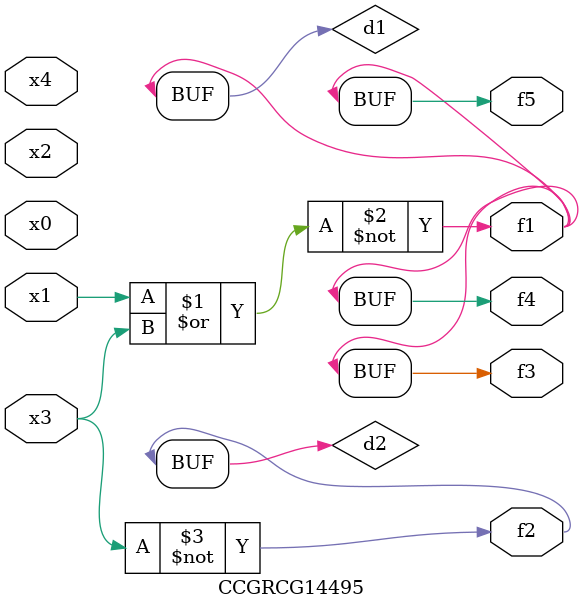
<source format=v>
module CCGRCG14495(
	input x0, x1, x2, x3, x4,
	output f1, f2, f3, f4, f5
);

	wire d1, d2;

	nor (d1, x1, x3);
	not (d2, x3);
	assign f1 = d1;
	assign f2 = d2;
	assign f3 = d1;
	assign f4 = d1;
	assign f5 = d1;
endmodule

</source>
